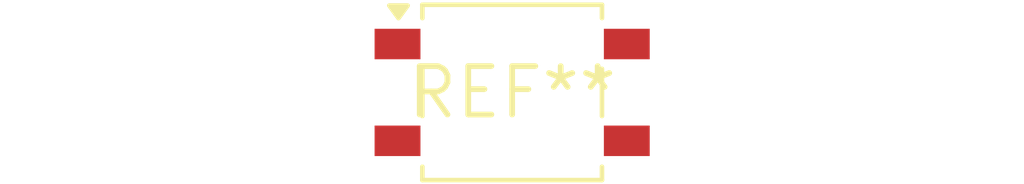
<source format=kicad_pcb>
(kicad_pcb (version 20240108) (generator pcbnew)
  (layers (0 "F.Cu" signal) (31 "B.Cu" signal) (34 "B.Paste" user) (35 "F.Paste" user) (36 "B.SilkS" user "B.Silkscreen") (37 "F.SilkS" user "F.Silkscreen") (38 "B.Mask" user) (39 "F.Mask" user) (44 "Edge.Cuts" user))
  (net 0 "")
  (footprint "SO-4_4.4x4.3mm_P2.54mm" (layer "F.Cu") (at 0 0)
    (property "Reference" "REF**")
    (property "Value" "SO-4_4.4x4.3mm_P2.54mm")
    (fp_line (start -2.35 -2.3) (end 2.35 -2.3) (layer "F.SilkS") (stroke (width 0.12)))
    (fp_line (start -2.35 -1.95) (end -2.35 -2.3) (layer "F.SilkS") (stroke (width 0.12)))
    (fp_line (start -2.35 0.62) (end -2.35 -0.62) (layer "F.SilkS") (stroke (width 0.12)))
    (fp_line (start -2.35 1.95) (end -2.35 2.3) (layer "F.SilkS") (stroke (width 0.12)))
    (fp_line (start -2.35 2.3) (end 2.35 2.3) (layer "F.SilkS") (stroke (width 0.12)))
    (fp_line (start 2.35 -2.3) (end 2.35 -1.95) (layer "F.SilkS") (stroke (width 0.12)))
    (fp_line (start 2.35 0.62) (end 2.35 -0.62) (layer "F.SilkS") (stroke (width 0.12)))
    (fp_line (start 2.35 2.3) (end 2.35 1.95) (layer "F.SilkS") (stroke (width 0.12)))
    (fp_poly (pts (xy -2.975 -1.95) (xy -3.215 -2.28) (xy -2.735 -2.28) (xy -2.975 -1.95)) (layer "F.SilkS") (stroke (width 0.12)) (fill solid))
    (pad "1" smd rect (at -3 -1.27 270) (size 0.8 1.2) (layers "F.Cu" "F.Paste" "F.Mask"))
    (pad "2" smd rect (at -3 1.27 270) (size 0.8 1.2) (layers "F.Cu" "F.Paste" "F.Mask"))
    (pad "3" smd rect (at 3 1.27 270) (size 0.8 1.2) (layers "F.Cu" "F.Paste" "F.Mask"))
    (pad "4" smd rect (at 3 -1.27 270) (size 0.8 1.2) (layers "F.Cu" "F.Paste" "F.Mask"))
  )
)
</source>
